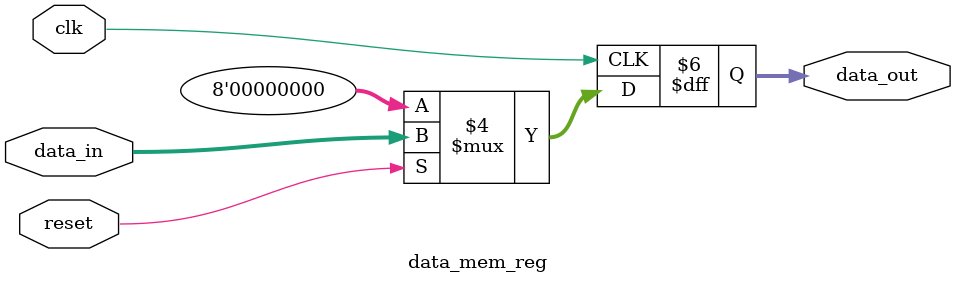
<source format=v>
`timescale 1ns / 1ps

/*
   This module is a combination of all the registers that need to hold data between pipeline
   stages.
   Each register has a positive edge clock, and an active low reset signal.
   Some registers may have a load enable signal, which will load the register with the value when it is active high only.
   If load enable is not used, then the register will retain its value.
   Other registers will always update their value on the positive edge clock.

*/

// Holds the Program Address, does not count due to the more complex logic of the CPU.
// Counting logic is added in the CPU implementation
module PC (
      input clk, // Posedge Pulsed
      input reset, // Active Low
      input load_enable, // Load enable
      input [ADDRESS_WIDTH-1:0] PC_in, // PC input
      output reg [ADDRESS_WIDTH-1:0] PC_out // PC output
   );

	parameter ADDRESS_WIDTH = 8;

   // For the program counter, every clock cycle, 
   // If the load_enable is high, then the PC will be loaded with the value of PC_in
   // The value of PC_in is controlled by the muxC_out signal, and includes any branch addresses or the next instruction address (PC+1)
   // If the reset is low, then the PC will be loaded with 0
   // The PC will be 8 bits wide

   always @(posedge clk) begin
      if (reset == 0) begin
         PC_out <= 0;
      end
      else if (load_enable == 1) begin // Branching will be done by loading the PC with the value of the branch address (PC_in)
         PC_out <= PC_in;
      end
		
   end

endmodule

module IR (
      input clk, // Posedge Pulsed
      input reset, // Active Low
      input load_enable, // Load enable
      input [IR_WIDTH-1:0] IR_in, // IR input
      output reg [IR_WIDTH-1:0] IR_out // IR output
   );

   parameter IR_WIDTH = 17;

   // For the instruction register, every clock cycle, it will be loaded with the value of the instruction at the address of the PC
   // If the load_enable is high, then the IR will be loaded with the value of IR_in
   // If the reset is low, then the IR will be loaded with 0
   // The IR will be 17 bits wide

   always @(posedge clk)
   begin
      if (reset == 0) begin
         IR_out <= 0;
      end
      else if (load_enable == 1) begin
         IR_out <= IR_in;
      end


   end

endmodule


// Keeps some of the instruction signals from the ID
module IR_DOF_TO_EX (
      input clk, // Posedge Pulsed
      input reset, // Active Low
      input RW,
      input [2:0] DA,
      input [1:0] MD,
      input [1:0] BS,
      input PS,
      input MW,
      input [3:0] FS,
      input [2:0] SH,
      input OE,
      // Any EX Prefix signals are for the EX stage
      output reg EX_RW,
      output reg [2:0] EX_DA,
      output reg [1:0] EX_MD,
      output reg [1:0] EX_BS,
      output reg EX_PS,
      output reg EX_MW,
      output reg [3:0] EX_FS,
      output reg [2:0] EX_SH,
      output reg EX_OE
   );

   //
	always @ (posedge clk)
	begin
		if (reset == 0)
		begin
			EX_RW <= 0;
			EX_DA <= 0;
			EX_MD <= 0;
			EX_BS <= 0;
			EX_PS <= 0;
			EX_MW <= 0;
			EX_FS <= 0;
			EX_SH <= 0;
			EX_OE <= 0;
		end
		else begin
			EX_RW <= RW;
			EX_DA <= DA;
			EX_MD <= MD;
			EX_BS <= BS;
			EX_PS <= PS;
			EX_MW <= MW;
			EX_FS <= FS;
			EX_SH <= SH;
			EX_OE <= OE;
		end
	end
	

endmodule

module mux_bus(
      input clk, // Posedge Pulsed
      input reset, // Active Low
      input [BUS_A_WIDTH-1:0] bus_in, // input
      output reg [BUS_A_WIDTH-1:0] bus_out // output
   );

   parameter BUS_A_WIDTH = 8; 

   // For the bus  every clock cycle, it will be loaded with the value of the instruction
   // If the reset is low, then the bus will be loaded with 0
   // The bus will be 8 bits wide

   always @(posedge clk)
   begin
      if (reset == 0) begin
         bus_out <= 0;
      end
      else begin
         bus_out <= bus_in;
      end
   end

endmodule


module IR_EX_TO_WB (
      input clk, // Posedge Pulsed
      input reset, // Active Low
      input RW,
      input [2:0] DA,
      input [1:0] MD,
      output reg WB_RW,
      output reg [2:0] WB_DA,
      output reg [1:0] WB_MD
   );


   // For the pipeline register, every clock cycle, it will be loaded with the value of the input
   // If the reset is low, then the register will be loaded with 0

   always @(posedge clk)
   begin
      if (reset == 0) begin
         WB_RW <= 0;
         WB_DA <= 0;
         WB_MD <= 0;
      end
      else begin
         WB_RW <= RW;
         WB_DA <= DA;
         WB_MD <= MD;
      end
   end

endmodule



module OUT_MSB (
      input clk, // Posedge Pulsed
      input reset, // Active Low
      input load_enable, // Load enable
      input [OUT_MSB_WIDTH-1:0] data_in, // input
      output reg [OUT_MSB_WIDTH-1:0] data_out// output
   );

   parameter OUT_MSB_WIDTH = 8; 

   // For the register, every clock cycle, it will be loaded with the value of the OUT_MSB   
   // If the load_enable is high, then the register will be loaded with the value of data_in
   // If the reset is low, then the register will be loaded with 0
   // The register will be 8 bits wide

   always @(posedge clk)
   begin
      if (reset == 0) begin
         data_out <= 0;
      end
      else if (load_enable == 1) begin
         data_out <= data_in;
      end
   end


endmodule

module OUT_LSB (
      input clk, // Posedge Pulsed
      input reset, // Active Low
      input load_enable, // Load enable
      input [OUT_LSB_WIDTH-1:0] data_in, // input
      output reg [OUT_LSB_WIDTH-1:0] data_out// output
   );

   parameter OUT_LSB_WIDTH = 8; 

   // For the register, every clock cycle, it will be loaded with the value of the OUT_LSB   
   // If the load_enable is high, then the register will be loaded with the value of data_in
   // If the reset is low, then the register will be loaded with 0
   // The register will be 8 bits wide

   always @(posedge clk)
   begin
      if (reset == 0) begin
         data_out <= 0;
      end
      else if (load_enable == 1) begin
         data_out <= data_in;
      end
   end


endmodule


module D_BIT (
      input clk, // Posedge Pulsed
      input reset, // Active Low
      input  data_in, // input
      output reg data_out// output
   );


   // Holds the value of the D bit
   always @(posedge clk)
   begin
      if (reset == 0) begin
         data_out <= 0;
      end
      else begin
         data_out <= data_in;
      end
   end


endmodule


module F_RESULT (
      input clk, // Posedge Pulsed
      input reset, // Active Low
      input [F_RESULT_WIDTH-1:0] data_in, // input
      output reg [F_RESULT_WIDTH-1:0] data_out// output
   );

   parameter F_RESULT_WIDTH = 8; 

   // For the register, every clock cycle, it will be loaded with the value of the F_RESULT   
   // If the reset is low, then the register will be loaded with 0


   always @(posedge clk)
   begin
      if (reset == 0) begin
         data_out <= 0;
      end
      else begin
         data_out <= data_in;
      end
   end

endmodule


module data_mem_reg (
      input clk, // Posedge Pulsed
      input reset, // Active Low
      input [DATA_MEM_WIDTH-1:0] data_in, // input
      output reg [DATA_MEM_WIDTH-1:0] data_out// output
   );

   parameter DATA_MEM_WIDTH = 8; 

   // For the register, every clock cycle, it will be loaded with the value of the data memory   
   // If the reset is low, then the register will be loaded with 0
   // The register will be 8 bits wide

	always @ (posedge clk)
	begin
		if (reset == 0) begin
			data_out <= 0;
		end
		else begin
			data_out <= data_in;
		end
	end
	
endmodule




</source>
